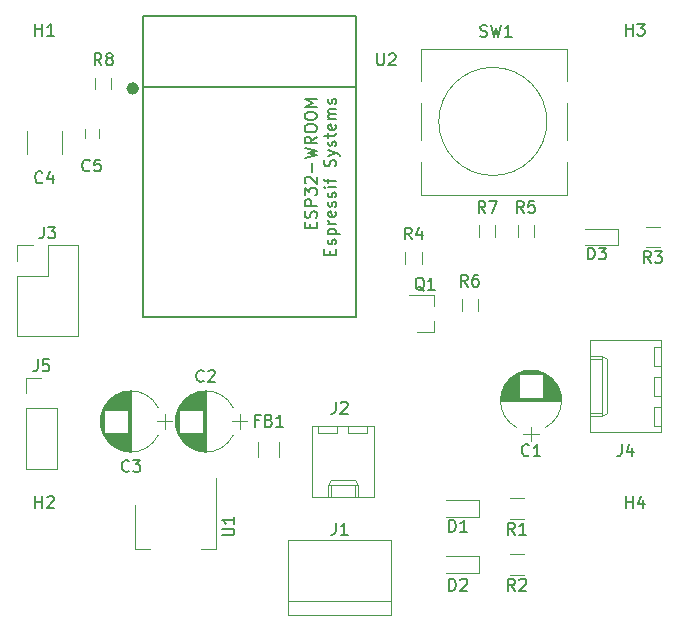
<source format=gbr>
G04 #@! TF.GenerationSoftware,KiCad,Pcbnew,5.0.1*
G04 #@! TF.CreationDate,2018-11-12T23:15:09+00:00*
G04 #@! TF.ProjectId,ESP32-WS2812-Controller,45535033322D5753323831322D436F6E,rev?*
G04 #@! TF.SameCoordinates,Original*
G04 #@! TF.FileFunction,Legend,Top*
G04 #@! TF.FilePolarity,Positive*
%FSLAX46Y46*%
G04 Gerber Fmt 4.6, Leading zero omitted, Abs format (unit mm)*
G04 Created by KiCad (PCBNEW 5.0.1) date Mon 12 Nov 2018 23:15:09 GMT*
%MOMM*%
%LPD*%
G01*
G04 APERTURE LIST*
%ADD10C,0.120000*%
%ADD11C,0.500000*%
%ADD12C,0.150000*%
G04 APERTURE END LIST*
D10*
G04 #@! TO.C,C1*
X145550000Y-135700000D02*
X146850000Y-135700000D01*
X146200000Y-136300000D02*
X146200000Y-135100000D01*
X145846000Y-130289000D02*
X146554000Y-130289000D01*
X145641000Y-130329000D02*
X146759000Y-130329000D01*
X145493000Y-130369000D02*
X146907000Y-130369000D01*
X145371000Y-130409000D02*
X147029000Y-130409000D01*
X145266000Y-130449000D02*
X147134000Y-130449000D01*
X145172000Y-130489000D02*
X147228000Y-130489000D01*
X145088000Y-130529000D02*
X147312000Y-130529000D01*
X145011000Y-130569000D02*
X147389000Y-130569000D01*
X144939000Y-130609000D02*
X147461000Y-130609000D01*
X147180000Y-130649000D02*
X147527000Y-130649000D01*
X144873000Y-130649000D02*
X145220000Y-130649000D01*
X147180000Y-130689000D02*
X147590000Y-130689000D01*
X144810000Y-130689000D02*
X145220000Y-130689000D01*
X147180000Y-130729000D02*
X147648000Y-130729000D01*
X144752000Y-130729000D02*
X145220000Y-130729000D01*
X147180000Y-130769000D02*
X147704000Y-130769000D01*
X144696000Y-130769000D02*
X145220000Y-130769000D01*
X147180000Y-130809000D02*
X147756000Y-130809000D01*
X144644000Y-130809000D02*
X145220000Y-130809000D01*
X147180000Y-130849000D02*
X147806000Y-130849000D01*
X144594000Y-130849000D02*
X145220000Y-130849000D01*
X147180000Y-130889000D02*
X147854000Y-130889000D01*
X144546000Y-130889000D02*
X145220000Y-130889000D01*
X147180000Y-130929000D02*
X147899000Y-130929000D01*
X144501000Y-130929000D02*
X145220000Y-130929000D01*
X147180000Y-130969000D02*
X147942000Y-130969000D01*
X144458000Y-130969000D02*
X145220000Y-130969000D01*
X147180000Y-131009000D02*
X147983000Y-131009000D01*
X144417000Y-131009000D02*
X145220000Y-131009000D01*
X147180000Y-131049000D02*
X148023000Y-131049000D01*
X144377000Y-131049000D02*
X145220000Y-131049000D01*
X147180000Y-131089000D02*
X148061000Y-131089000D01*
X144339000Y-131089000D02*
X145220000Y-131089000D01*
X147180000Y-131129000D02*
X148097000Y-131129000D01*
X144303000Y-131129000D02*
X145220000Y-131129000D01*
X147180000Y-131169000D02*
X148132000Y-131169000D01*
X144268000Y-131169000D02*
X145220000Y-131169000D01*
X147180000Y-131209000D02*
X148165000Y-131209000D01*
X144235000Y-131209000D02*
X145220000Y-131209000D01*
X147180000Y-131249000D02*
X148197000Y-131249000D01*
X144203000Y-131249000D02*
X145220000Y-131249000D01*
X147180000Y-131289000D02*
X148228000Y-131289000D01*
X144172000Y-131289000D02*
X145220000Y-131289000D01*
X147180000Y-131329000D02*
X148258000Y-131329000D01*
X144142000Y-131329000D02*
X145220000Y-131329000D01*
X147180000Y-131369000D02*
X148286000Y-131369000D01*
X144114000Y-131369000D02*
X145220000Y-131369000D01*
X147180000Y-131409000D02*
X148313000Y-131409000D01*
X144087000Y-131409000D02*
X145220000Y-131409000D01*
X147180000Y-131449000D02*
X148340000Y-131449000D01*
X144060000Y-131449000D02*
X145220000Y-131449000D01*
X147180000Y-131489000D02*
X148365000Y-131489000D01*
X144035000Y-131489000D02*
X145220000Y-131489000D01*
X147180000Y-131529000D02*
X148389000Y-131529000D01*
X144011000Y-131529000D02*
X145220000Y-131529000D01*
X147180000Y-131569000D02*
X148412000Y-131569000D01*
X143988000Y-131569000D02*
X145220000Y-131569000D01*
X147180000Y-131609000D02*
X148434000Y-131609000D01*
X143966000Y-131609000D02*
X145220000Y-131609000D01*
X147180000Y-131649000D02*
X148456000Y-131649000D01*
X143944000Y-131649000D02*
X145220000Y-131649000D01*
X147180000Y-131689000D02*
X148476000Y-131689000D01*
X143924000Y-131689000D02*
X145220000Y-131689000D01*
X147180000Y-131729000D02*
X148496000Y-131729000D01*
X143904000Y-131729000D02*
X145220000Y-131729000D01*
X147180000Y-131769000D02*
X148515000Y-131769000D01*
X143885000Y-131769000D02*
X145220000Y-131769000D01*
X147180000Y-131809000D02*
X148533000Y-131809000D01*
X143867000Y-131809000D02*
X145220000Y-131809000D01*
X147180000Y-131849000D02*
X148550000Y-131849000D01*
X143850000Y-131849000D02*
X145220000Y-131849000D01*
X147180000Y-131889000D02*
X148566000Y-131889000D01*
X143834000Y-131889000D02*
X145220000Y-131889000D01*
X147180000Y-131929000D02*
X148582000Y-131929000D01*
X143818000Y-131929000D02*
X145220000Y-131929000D01*
X147180000Y-131969000D02*
X148596000Y-131969000D01*
X143804000Y-131969000D02*
X145220000Y-131969000D01*
X147180000Y-132009000D02*
X148610000Y-132009000D01*
X143790000Y-132009000D02*
X145220000Y-132009000D01*
X147180000Y-132049000D02*
X148624000Y-132049000D01*
X143776000Y-132049000D02*
X145220000Y-132049000D01*
X147180000Y-132089000D02*
X148636000Y-132089000D01*
X143764000Y-132089000D02*
X145220000Y-132089000D01*
X147180000Y-132129000D02*
X148648000Y-132129000D01*
X143752000Y-132129000D02*
X145220000Y-132129000D01*
X147180000Y-132170000D02*
X148660000Y-132170000D01*
X143740000Y-132170000D02*
X145220000Y-132170000D01*
X147180000Y-132210000D02*
X148670000Y-132210000D01*
X143730000Y-132210000D02*
X145220000Y-132210000D01*
X147180000Y-132250000D02*
X148680000Y-132250000D01*
X143720000Y-132250000D02*
X145220000Y-132250000D01*
X147180000Y-132290000D02*
X148689000Y-132290000D01*
X143711000Y-132290000D02*
X145220000Y-132290000D01*
X147180000Y-132330000D02*
X148698000Y-132330000D01*
X143702000Y-132330000D02*
X145220000Y-132330000D01*
X147180000Y-132370000D02*
X148706000Y-132370000D01*
X143694000Y-132370000D02*
X145220000Y-132370000D01*
X147180000Y-132410000D02*
X148713000Y-132410000D01*
X143687000Y-132410000D02*
X145220000Y-132410000D01*
X147180000Y-132450000D02*
X148719000Y-132450000D01*
X143681000Y-132450000D02*
X145220000Y-132450000D01*
X147180000Y-132490000D02*
X148725000Y-132490000D01*
X143675000Y-132490000D02*
X145220000Y-132490000D01*
X147180000Y-132530000D02*
X148731000Y-132530000D01*
X143669000Y-132530000D02*
X145220000Y-132530000D01*
X147180000Y-132570000D02*
X148735000Y-132570000D01*
X143665000Y-132570000D02*
X145220000Y-132570000D01*
X143661000Y-132610000D02*
X148739000Y-132610000D01*
X143657000Y-132650000D02*
X148743000Y-132650000D01*
X143654000Y-132690000D02*
X148746000Y-132690000D01*
X143652000Y-132730000D02*
X148748000Y-132730000D01*
X143651000Y-132770000D02*
X148749000Y-132770000D01*
X143650000Y-132810000D02*
X148750000Y-132810000D01*
X143650000Y-132850000D02*
X148750000Y-132850000D01*
X147379723Y-130544278D02*
G75*
G03X145020000Y-130544420I-1179723J-2305722D01*
G01*
X147379723Y-130544278D02*
G75*
G02X147380000Y-135155580I-1179723J-2305722D01*
G01*
X145020277Y-130544278D02*
G75*
G03X145020000Y-135155580I1179723J-2305722D01*
G01*
G04 #@! TO.C,C2*
X116364278Y-135799723D02*
G75*
G03X120975580Y-135800000I2305722J1179723D01*
G01*
X116364278Y-133440277D02*
G75*
G02X120975580Y-133440000I2305722J-1179723D01*
G01*
X116364278Y-133440277D02*
G75*
G03X116364420Y-135800000I2305722J-1179723D01*
G01*
X118670000Y-137170000D02*
X118670000Y-132070000D01*
X118630000Y-137170000D02*
X118630000Y-132070000D01*
X118590000Y-137169000D02*
X118590000Y-132071000D01*
X118550000Y-137168000D02*
X118550000Y-132072000D01*
X118510000Y-137166000D02*
X118510000Y-132074000D01*
X118470000Y-137163000D02*
X118470000Y-132077000D01*
X118430000Y-137159000D02*
X118430000Y-132081000D01*
X118390000Y-137155000D02*
X118390000Y-135600000D01*
X118390000Y-133640000D02*
X118390000Y-132085000D01*
X118350000Y-137151000D02*
X118350000Y-135600000D01*
X118350000Y-133640000D02*
X118350000Y-132089000D01*
X118310000Y-137145000D02*
X118310000Y-135600000D01*
X118310000Y-133640000D02*
X118310000Y-132095000D01*
X118270000Y-137139000D02*
X118270000Y-135600000D01*
X118270000Y-133640000D02*
X118270000Y-132101000D01*
X118230000Y-137133000D02*
X118230000Y-135600000D01*
X118230000Y-133640000D02*
X118230000Y-132107000D01*
X118190000Y-137126000D02*
X118190000Y-135600000D01*
X118190000Y-133640000D02*
X118190000Y-132114000D01*
X118150000Y-137118000D02*
X118150000Y-135600000D01*
X118150000Y-133640000D02*
X118150000Y-132122000D01*
X118110000Y-137109000D02*
X118110000Y-135600000D01*
X118110000Y-133640000D02*
X118110000Y-132131000D01*
X118070000Y-137100000D02*
X118070000Y-135600000D01*
X118070000Y-133640000D02*
X118070000Y-132140000D01*
X118030000Y-137090000D02*
X118030000Y-135600000D01*
X118030000Y-133640000D02*
X118030000Y-132150000D01*
X117990000Y-137080000D02*
X117990000Y-135600000D01*
X117990000Y-133640000D02*
X117990000Y-132160000D01*
X117949000Y-137068000D02*
X117949000Y-135600000D01*
X117949000Y-133640000D02*
X117949000Y-132172000D01*
X117909000Y-137056000D02*
X117909000Y-135600000D01*
X117909000Y-133640000D02*
X117909000Y-132184000D01*
X117869000Y-137044000D02*
X117869000Y-135600000D01*
X117869000Y-133640000D02*
X117869000Y-132196000D01*
X117829000Y-137030000D02*
X117829000Y-135600000D01*
X117829000Y-133640000D02*
X117829000Y-132210000D01*
X117789000Y-137016000D02*
X117789000Y-135600000D01*
X117789000Y-133640000D02*
X117789000Y-132224000D01*
X117749000Y-137002000D02*
X117749000Y-135600000D01*
X117749000Y-133640000D02*
X117749000Y-132238000D01*
X117709000Y-136986000D02*
X117709000Y-135600000D01*
X117709000Y-133640000D02*
X117709000Y-132254000D01*
X117669000Y-136970000D02*
X117669000Y-135600000D01*
X117669000Y-133640000D02*
X117669000Y-132270000D01*
X117629000Y-136953000D02*
X117629000Y-135600000D01*
X117629000Y-133640000D02*
X117629000Y-132287000D01*
X117589000Y-136935000D02*
X117589000Y-135600000D01*
X117589000Y-133640000D02*
X117589000Y-132305000D01*
X117549000Y-136916000D02*
X117549000Y-135600000D01*
X117549000Y-133640000D02*
X117549000Y-132324000D01*
X117509000Y-136896000D02*
X117509000Y-135600000D01*
X117509000Y-133640000D02*
X117509000Y-132344000D01*
X117469000Y-136876000D02*
X117469000Y-135600000D01*
X117469000Y-133640000D02*
X117469000Y-132364000D01*
X117429000Y-136854000D02*
X117429000Y-135600000D01*
X117429000Y-133640000D02*
X117429000Y-132386000D01*
X117389000Y-136832000D02*
X117389000Y-135600000D01*
X117389000Y-133640000D02*
X117389000Y-132408000D01*
X117349000Y-136809000D02*
X117349000Y-135600000D01*
X117349000Y-133640000D02*
X117349000Y-132431000D01*
X117309000Y-136785000D02*
X117309000Y-135600000D01*
X117309000Y-133640000D02*
X117309000Y-132455000D01*
X117269000Y-136760000D02*
X117269000Y-135600000D01*
X117269000Y-133640000D02*
X117269000Y-132480000D01*
X117229000Y-136733000D02*
X117229000Y-135600000D01*
X117229000Y-133640000D02*
X117229000Y-132507000D01*
X117189000Y-136706000D02*
X117189000Y-135600000D01*
X117189000Y-133640000D02*
X117189000Y-132534000D01*
X117149000Y-136678000D02*
X117149000Y-135600000D01*
X117149000Y-133640000D02*
X117149000Y-132562000D01*
X117109000Y-136648000D02*
X117109000Y-135600000D01*
X117109000Y-133640000D02*
X117109000Y-132592000D01*
X117069000Y-136617000D02*
X117069000Y-135600000D01*
X117069000Y-133640000D02*
X117069000Y-132623000D01*
X117029000Y-136585000D02*
X117029000Y-135600000D01*
X117029000Y-133640000D02*
X117029000Y-132655000D01*
X116989000Y-136552000D02*
X116989000Y-135600000D01*
X116989000Y-133640000D02*
X116989000Y-132688000D01*
X116949000Y-136517000D02*
X116949000Y-135600000D01*
X116949000Y-133640000D02*
X116949000Y-132723000D01*
X116909000Y-136481000D02*
X116909000Y-135600000D01*
X116909000Y-133640000D02*
X116909000Y-132759000D01*
X116869000Y-136443000D02*
X116869000Y-135600000D01*
X116869000Y-133640000D02*
X116869000Y-132797000D01*
X116829000Y-136403000D02*
X116829000Y-135600000D01*
X116829000Y-133640000D02*
X116829000Y-132837000D01*
X116789000Y-136362000D02*
X116789000Y-135600000D01*
X116789000Y-133640000D02*
X116789000Y-132878000D01*
X116749000Y-136319000D02*
X116749000Y-135600000D01*
X116749000Y-133640000D02*
X116749000Y-132921000D01*
X116709000Y-136274000D02*
X116709000Y-135600000D01*
X116709000Y-133640000D02*
X116709000Y-132966000D01*
X116669000Y-136226000D02*
X116669000Y-135600000D01*
X116669000Y-133640000D02*
X116669000Y-133014000D01*
X116629000Y-136176000D02*
X116629000Y-135600000D01*
X116629000Y-133640000D02*
X116629000Y-133064000D01*
X116589000Y-136124000D02*
X116589000Y-135600000D01*
X116589000Y-133640000D02*
X116589000Y-133116000D01*
X116549000Y-136068000D02*
X116549000Y-135600000D01*
X116549000Y-133640000D02*
X116549000Y-133172000D01*
X116509000Y-136010000D02*
X116509000Y-135600000D01*
X116509000Y-133640000D02*
X116509000Y-133230000D01*
X116469000Y-135947000D02*
X116469000Y-135600000D01*
X116469000Y-133640000D02*
X116469000Y-133293000D01*
X116429000Y-135881000D02*
X116429000Y-133359000D01*
X116389000Y-135809000D02*
X116389000Y-133431000D01*
X116349000Y-135732000D02*
X116349000Y-133508000D01*
X116309000Y-135648000D02*
X116309000Y-133592000D01*
X116269000Y-135554000D02*
X116269000Y-133686000D01*
X116229000Y-135449000D02*
X116229000Y-133791000D01*
X116189000Y-135327000D02*
X116189000Y-133913000D01*
X116149000Y-135179000D02*
X116149000Y-134061000D01*
X116109000Y-134974000D02*
X116109000Y-134266000D01*
X122120000Y-134620000D02*
X120920000Y-134620000D01*
X121520000Y-135270000D02*
X121520000Y-133970000D01*
G04 #@! TO.C,C3*
X115170000Y-135270000D02*
X115170000Y-133970000D01*
X115770000Y-134620000D02*
X114570000Y-134620000D01*
X109759000Y-134974000D02*
X109759000Y-134266000D01*
X109799000Y-135179000D02*
X109799000Y-134061000D01*
X109839000Y-135327000D02*
X109839000Y-133913000D01*
X109879000Y-135449000D02*
X109879000Y-133791000D01*
X109919000Y-135554000D02*
X109919000Y-133686000D01*
X109959000Y-135648000D02*
X109959000Y-133592000D01*
X109999000Y-135732000D02*
X109999000Y-133508000D01*
X110039000Y-135809000D02*
X110039000Y-133431000D01*
X110079000Y-135881000D02*
X110079000Y-133359000D01*
X110119000Y-133640000D02*
X110119000Y-133293000D01*
X110119000Y-135947000D02*
X110119000Y-135600000D01*
X110159000Y-133640000D02*
X110159000Y-133230000D01*
X110159000Y-136010000D02*
X110159000Y-135600000D01*
X110199000Y-133640000D02*
X110199000Y-133172000D01*
X110199000Y-136068000D02*
X110199000Y-135600000D01*
X110239000Y-133640000D02*
X110239000Y-133116000D01*
X110239000Y-136124000D02*
X110239000Y-135600000D01*
X110279000Y-133640000D02*
X110279000Y-133064000D01*
X110279000Y-136176000D02*
X110279000Y-135600000D01*
X110319000Y-133640000D02*
X110319000Y-133014000D01*
X110319000Y-136226000D02*
X110319000Y-135600000D01*
X110359000Y-133640000D02*
X110359000Y-132966000D01*
X110359000Y-136274000D02*
X110359000Y-135600000D01*
X110399000Y-133640000D02*
X110399000Y-132921000D01*
X110399000Y-136319000D02*
X110399000Y-135600000D01*
X110439000Y-133640000D02*
X110439000Y-132878000D01*
X110439000Y-136362000D02*
X110439000Y-135600000D01*
X110479000Y-133640000D02*
X110479000Y-132837000D01*
X110479000Y-136403000D02*
X110479000Y-135600000D01*
X110519000Y-133640000D02*
X110519000Y-132797000D01*
X110519000Y-136443000D02*
X110519000Y-135600000D01*
X110559000Y-133640000D02*
X110559000Y-132759000D01*
X110559000Y-136481000D02*
X110559000Y-135600000D01*
X110599000Y-133640000D02*
X110599000Y-132723000D01*
X110599000Y-136517000D02*
X110599000Y-135600000D01*
X110639000Y-133640000D02*
X110639000Y-132688000D01*
X110639000Y-136552000D02*
X110639000Y-135600000D01*
X110679000Y-133640000D02*
X110679000Y-132655000D01*
X110679000Y-136585000D02*
X110679000Y-135600000D01*
X110719000Y-133640000D02*
X110719000Y-132623000D01*
X110719000Y-136617000D02*
X110719000Y-135600000D01*
X110759000Y-133640000D02*
X110759000Y-132592000D01*
X110759000Y-136648000D02*
X110759000Y-135600000D01*
X110799000Y-133640000D02*
X110799000Y-132562000D01*
X110799000Y-136678000D02*
X110799000Y-135600000D01*
X110839000Y-133640000D02*
X110839000Y-132534000D01*
X110839000Y-136706000D02*
X110839000Y-135600000D01*
X110879000Y-133640000D02*
X110879000Y-132507000D01*
X110879000Y-136733000D02*
X110879000Y-135600000D01*
X110919000Y-133640000D02*
X110919000Y-132480000D01*
X110919000Y-136760000D02*
X110919000Y-135600000D01*
X110959000Y-133640000D02*
X110959000Y-132455000D01*
X110959000Y-136785000D02*
X110959000Y-135600000D01*
X110999000Y-133640000D02*
X110999000Y-132431000D01*
X110999000Y-136809000D02*
X110999000Y-135600000D01*
X111039000Y-133640000D02*
X111039000Y-132408000D01*
X111039000Y-136832000D02*
X111039000Y-135600000D01*
X111079000Y-133640000D02*
X111079000Y-132386000D01*
X111079000Y-136854000D02*
X111079000Y-135600000D01*
X111119000Y-133640000D02*
X111119000Y-132364000D01*
X111119000Y-136876000D02*
X111119000Y-135600000D01*
X111159000Y-133640000D02*
X111159000Y-132344000D01*
X111159000Y-136896000D02*
X111159000Y-135600000D01*
X111199000Y-133640000D02*
X111199000Y-132324000D01*
X111199000Y-136916000D02*
X111199000Y-135600000D01*
X111239000Y-133640000D02*
X111239000Y-132305000D01*
X111239000Y-136935000D02*
X111239000Y-135600000D01*
X111279000Y-133640000D02*
X111279000Y-132287000D01*
X111279000Y-136953000D02*
X111279000Y-135600000D01*
X111319000Y-133640000D02*
X111319000Y-132270000D01*
X111319000Y-136970000D02*
X111319000Y-135600000D01*
X111359000Y-133640000D02*
X111359000Y-132254000D01*
X111359000Y-136986000D02*
X111359000Y-135600000D01*
X111399000Y-133640000D02*
X111399000Y-132238000D01*
X111399000Y-137002000D02*
X111399000Y-135600000D01*
X111439000Y-133640000D02*
X111439000Y-132224000D01*
X111439000Y-137016000D02*
X111439000Y-135600000D01*
X111479000Y-133640000D02*
X111479000Y-132210000D01*
X111479000Y-137030000D02*
X111479000Y-135600000D01*
X111519000Y-133640000D02*
X111519000Y-132196000D01*
X111519000Y-137044000D02*
X111519000Y-135600000D01*
X111559000Y-133640000D02*
X111559000Y-132184000D01*
X111559000Y-137056000D02*
X111559000Y-135600000D01*
X111599000Y-133640000D02*
X111599000Y-132172000D01*
X111599000Y-137068000D02*
X111599000Y-135600000D01*
X111640000Y-133640000D02*
X111640000Y-132160000D01*
X111640000Y-137080000D02*
X111640000Y-135600000D01*
X111680000Y-133640000D02*
X111680000Y-132150000D01*
X111680000Y-137090000D02*
X111680000Y-135600000D01*
X111720000Y-133640000D02*
X111720000Y-132140000D01*
X111720000Y-137100000D02*
X111720000Y-135600000D01*
X111760000Y-133640000D02*
X111760000Y-132131000D01*
X111760000Y-137109000D02*
X111760000Y-135600000D01*
X111800000Y-133640000D02*
X111800000Y-132122000D01*
X111800000Y-137118000D02*
X111800000Y-135600000D01*
X111840000Y-133640000D02*
X111840000Y-132114000D01*
X111840000Y-137126000D02*
X111840000Y-135600000D01*
X111880000Y-133640000D02*
X111880000Y-132107000D01*
X111880000Y-137133000D02*
X111880000Y-135600000D01*
X111920000Y-133640000D02*
X111920000Y-132101000D01*
X111920000Y-137139000D02*
X111920000Y-135600000D01*
X111960000Y-133640000D02*
X111960000Y-132095000D01*
X111960000Y-137145000D02*
X111960000Y-135600000D01*
X112000000Y-133640000D02*
X112000000Y-132089000D01*
X112000000Y-137151000D02*
X112000000Y-135600000D01*
X112040000Y-133640000D02*
X112040000Y-132085000D01*
X112040000Y-137155000D02*
X112040000Y-135600000D01*
X112080000Y-137159000D02*
X112080000Y-132081000D01*
X112120000Y-137163000D02*
X112120000Y-132077000D01*
X112160000Y-137166000D02*
X112160000Y-132074000D01*
X112200000Y-137168000D02*
X112200000Y-132072000D01*
X112240000Y-137169000D02*
X112240000Y-132071000D01*
X112280000Y-137170000D02*
X112280000Y-132070000D01*
X112320000Y-137170000D02*
X112320000Y-132070000D01*
X110014278Y-133440277D02*
G75*
G03X110014420Y-135800000I2305722J-1179723D01*
G01*
X110014278Y-133440277D02*
G75*
G02X114625580Y-133440000I2305722J-1179723D01*
G01*
X110014278Y-135799723D02*
G75*
G03X114625580Y-135800000I2305722J1179723D01*
G01*
G04 #@! TO.C,C4*
X103520000Y-110000000D02*
X103520000Y-112000000D01*
X106480000Y-112000000D02*
X106480000Y-110000000D01*
G04 #@! TO.C,C5*
X109600000Y-109900000D02*
X109600000Y-110600000D01*
X108400000Y-110600000D02*
X108400000Y-109900000D01*
G04 #@! TO.C,D1*
X141800000Y-142700000D02*
X139000000Y-142700000D01*
X141800000Y-141300000D02*
X139000000Y-141300000D01*
X141800000Y-142700000D02*
X141800000Y-141300000D01*
G04 #@! TO.C,D2*
X141800000Y-147450000D02*
X139000000Y-147450000D01*
X141800000Y-146050000D02*
X139000000Y-146050000D01*
X141800000Y-147450000D02*
X141800000Y-146050000D01*
G04 #@! TO.C,D3*
X153550000Y-119700000D02*
X153550000Y-118300000D01*
X153550000Y-118300000D02*
X150750000Y-118300000D01*
X153550000Y-119700000D02*
X150750000Y-119700000D01*
G04 #@! TO.C,FB1*
X124880000Y-136400000D02*
X124880000Y-137600000D01*
X123120000Y-137600000D02*
X123120000Y-136400000D01*
G04 #@! TO.C,J1*
X125650000Y-151030000D02*
X125650000Y-144620000D01*
X134350000Y-149800000D02*
X125650000Y-149800000D01*
X134350000Y-144620000D02*
X134350000Y-151030000D01*
X125650000Y-144620000D02*
X134350000Y-144620000D01*
X125650000Y-151030000D02*
X134350000Y-151030000D01*
G04 #@! TO.C,J2*
X132340000Y-135600000D02*
X132340000Y-134980000D01*
X130740000Y-135600000D02*
X132340000Y-135600000D01*
X130740000Y-134980000D02*
X130740000Y-135600000D01*
X129800000Y-135600000D02*
X129800000Y-134980000D01*
X128200000Y-135600000D02*
X129800000Y-135600000D01*
X128200000Y-134980000D02*
X128200000Y-135600000D01*
X131290000Y-140980000D02*
X131290000Y-139980000D01*
X129250000Y-140980000D02*
X129250000Y-139980000D01*
X131290000Y-139550000D02*
X131540000Y-139980000D01*
X129250000Y-139550000D02*
X131290000Y-139550000D01*
X129000000Y-139980000D02*
X129250000Y-139550000D01*
X131540000Y-139980000D02*
X131540000Y-140980000D01*
X129000000Y-139980000D02*
X131540000Y-139980000D01*
X129000000Y-140980000D02*
X129000000Y-139980000D01*
X132910000Y-134980000D02*
X127630000Y-134980000D01*
X132910000Y-140980000D02*
X132910000Y-134980000D01*
X127630000Y-140980000D02*
X132910000Y-140980000D01*
X127630000Y-134980000D02*
X127630000Y-140980000D01*
G04 #@! TO.C,J4*
X156600000Y-134980000D02*
X157220000Y-134980000D01*
X156600000Y-133380000D02*
X156600000Y-134980000D01*
X157220000Y-133380000D02*
X156600000Y-133380000D01*
X156600000Y-132440000D02*
X157220000Y-132440000D01*
X156600000Y-130840000D02*
X156600000Y-132440000D01*
X157220000Y-130840000D02*
X156600000Y-130840000D01*
X156600000Y-129900000D02*
X157220000Y-129900000D01*
X156600000Y-128300000D02*
X156600000Y-129900000D01*
X157220000Y-128300000D02*
X156600000Y-128300000D01*
X151220000Y-133930000D02*
X152220000Y-133930000D01*
X151220000Y-129350000D02*
X152220000Y-129350000D01*
X152650000Y-133930000D02*
X152220000Y-134180000D01*
X152650000Y-129350000D02*
X152650000Y-133930000D01*
X152220000Y-129100000D02*
X152650000Y-129350000D01*
X152220000Y-134180000D02*
X151220000Y-134180000D01*
X152220000Y-129100000D02*
X152220000Y-134180000D01*
X151220000Y-129100000D02*
X152220000Y-129100000D01*
X157220000Y-135550000D02*
X157220000Y-127730000D01*
X151220000Y-135550000D02*
X157220000Y-135550000D01*
X151220000Y-127730000D02*
X151220000Y-135550000D01*
X157220000Y-127730000D02*
X151220000Y-127730000D01*
G04 #@! TO.C,Q1*
X138010000Y-127080000D02*
X136550000Y-127080000D01*
X138010000Y-123920000D02*
X135850000Y-123920000D01*
X138010000Y-123920000D02*
X138010000Y-124850000D01*
X138010000Y-127080000D02*
X138010000Y-126150000D01*
G04 #@! TO.C,R1*
X145600000Y-142880000D02*
X144400000Y-142880000D01*
X144400000Y-141120000D02*
X145600000Y-141120000D01*
G04 #@! TO.C,R2*
X144400000Y-145870000D02*
X145600000Y-145870000D01*
X145600000Y-147630000D02*
X144400000Y-147630000D01*
G04 #@! TO.C,R3*
X155900000Y-118120000D02*
X157100000Y-118120000D01*
X157100000Y-119880000D02*
X155900000Y-119880000D01*
G04 #@! TO.C,R4*
X136930000Y-120250000D02*
X136930000Y-121250000D01*
X135570000Y-121250000D02*
X135570000Y-120250000D01*
G04 #@! TO.C,R5*
X146430000Y-118000000D02*
X146430000Y-119000000D01*
X145070000Y-119000000D02*
X145070000Y-118000000D01*
G04 #@! TO.C,R6*
X141680000Y-124250000D02*
X141680000Y-125250000D01*
X140320000Y-125250000D02*
X140320000Y-124250000D01*
G04 #@! TO.C,R7*
X143180000Y-118000000D02*
X143180000Y-119000000D01*
X141820000Y-119000000D02*
X141820000Y-118000000D01*
G04 #@! TO.C,R8*
X110680000Y-105500000D02*
X110680000Y-106500000D01*
X109320000Y-106500000D02*
X109320000Y-105500000D01*
G04 #@! TO.C,SW1*
X136920000Y-115410000D02*
X136920000Y-112690000D01*
X136920000Y-105830000D02*
X136920000Y-103110000D01*
X149220000Y-107690000D02*
X149220000Y-110830000D01*
X149220000Y-103110000D02*
X149220000Y-105830000D01*
X147549050Y-109220000D02*
G75*
G03X147549050Y-109220000I-4579050J0D01*
G01*
X149220000Y-112690000D02*
X149220000Y-115410000D01*
X136920000Y-103110000D02*
X149220000Y-103110000D01*
X136920000Y-110830000D02*
X136920000Y-107690000D01*
X149220000Y-115410000D02*
X136920000Y-115410000D01*
G04 #@! TO.C,U1*
X119520000Y-139410000D02*
X119520000Y-145420000D01*
X112700000Y-141660000D02*
X112700000Y-145420000D01*
X119520000Y-145420000D02*
X118260000Y-145420000D01*
X112700000Y-145420000D02*
X113960000Y-145420000D01*
D11*
G04 #@! TO.C,U2*
X112757981Y-106426000D02*
G75*
G03X112757981Y-106426000I-283981J0D01*
G01*
D12*
X131380000Y-106280000D02*
X113380000Y-106280000D01*
X113380000Y-100280000D02*
X113380000Y-125780000D01*
X131380000Y-100280000D02*
X131380000Y-125780000D01*
X131380000Y-125780000D02*
X113380000Y-125780000D01*
X131380000Y-100280000D02*
X113380000Y-100280000D01*
D10*
G04 #@! TO.C,J3*
X102670000Y-119670000D02*
X104000000Y-119670000D01*
X102670000Y-121000000D02*
X102670000Y-119670000D01*
X105270000Y-119670000D02*
X107870000Y-119670000D01*
X105270000Y-122270000D02*
X105270000Y-119670000D01*
X102670000Y-122270000D02*
X105270000Y-122270000D01*
X107870000Y-119670000D02*
X107870000Y-127410000D01*
X102670000Y-122270000D02*
X102670000Y-127410000D01*
X102670000Y-127410000D02*
X107870000Y-127410000D01*
G04 #@! TO.C,J5*
X103420000Y-130920000D02*
X104750000Y-130920000D01*
X103420000Y-132250000D02*
X103420000Y-130920000D01*
X103420000Y-133520000D02*
X106080000Y-133520000D01*
X106080000Y-133520000D02*
X106080000Y-138660000D01*
X103420000Y-133520000D02*
X103420000Y-138660000D01*
X103420000Y-138660000D02*
X106080000Y-138660000D01*
G04 #@! TO.C,C1*
D12*
X146033333Y-137457142D02*
X145985714Y-137504761D01*
X145842857Y-137552380D01*
X145747619Y-137552380D01*
X145604761Y-137504761D01*
X145509523Y-137409523D01*
X145461904Y-137314285D01*
X145414285Y-137123809D01*
X145414285Y-136980952D01*
X145461904Y-136790476D01*
X145509523Y-136695238D01*
X145604761Y-136600000D01*
X145747619Y-136552380D01*
X145842857Y-136552380D01*
X145985714Y-136600000D01*
X146033333Y-136647619D01*
X146985714Y-137552380D02*
X146414285Y-137552380D01*
X146700000Y-137552380D02*
X146700000Y-136552380D01*
X146604761Y-136695238D01*
X146509523Y-136790476D01*
X146414285Y-136838095D01*
G04 #@! TO.C,C2*
X118483333Y-131167142D02*
X118435714Y-131214761D01*
X118292857Y-131262380D01*
X118197619Y-131262380D01*
X118054761Y-131214761D01*
X117959523Y-131119523D01*
X117911904Y-131024285D01*
X117864285Y-130833809D01*
X117864285Y-130690952D01*
X117911904Y-130500476D01*
X117959523Y-130405238D01*
X118054761Y-130310000D01*
X118197619Y-130262380D01*
X118292857Y-130262380D01*
X118435714Y-130310000D01*
X118483333Y-130357619D01*
X118864285Y-130357619D02*
X118911904Y-130310000D01*
X119007142Y-130262380D01*
X119245238Y-130262380D01*
X119340476Y-130310000D01*
X119388095Y-130357619D01*
X119435714Y-130452857D01*
X119435714Y-130548095D01*
X119388095Y-130690952D01*
X118816666Y-131262380D01*
X119435714Y-131262380D01*
G04 #@! TO.C,C3*
X112153333Y-138787142D02*
X112105714Y-138834761D01*
X111962857Y-138882380D01*
X111867619Y-138882380D01*
X111724761Y-138834761D01*
X111629523Y-138739523D01*
X111581904Y-138644285D01*
X111534285Y-138453809D01*
X111534285Y-138310952D01*
X111581904Y-138120476D01*
X111629523Y-138025238D01*
X111724761Y-137930000D01*
X111867619Y-137882380D01*
X111962857Y-137882380D01*
X112105714Y-137930000D01*
X112153333Y-137977619D01*
X112486666Y-137882380D02*
X113105714Y-137882380D01*
X112772380Y-138263333D01*
X112915238Y-138263333D01*
X113010476Y-138310952D01*
X113058095Y-138358571D01*
X113105714Y-138453809D01*
X113105714Y-138691904D01*
X113058095Y-138787142D01*
X113010476Y-138834761D01*
X112915238Y-138882380D01*
X112629523Y-138882380D01*
X112534285Y-138834761D01*
X112486666Y-138787142D01*
G04 #@! TO.C,C4*
X104833333Y-114357142D02*
X104785714Y-114404761D01*
X104642857Y-114452380D01*
X104547619Y-114452380D01*
X104404761Y-114404761D01*
X104309523Y-114309523D01*
X104261904Y-114214285D01*
X104214285Y-114023809D01*
X104214285Y-113880952D01*
X104261904Y-113690476D01*
X104309523Y-113595238D01*
X104404761Y-113500000D01*
X104547619Y-113452380D01*
X104642857Y-113452380D01*
X104785714Y-113500000D01*
X104833333Y-113547619D01*
X105690476Y-113785714D02*
X105690476Y-114452380D01*
X105452380Y-113404761D02*
X105214285Y-114119047D01*
X105833333Y-114119047D01*
G04 #@! TO.C,C5*
X108833333Y-113357142D02*
X108785714Y-113404761D01*
X108642857Y-113452380D01*
X108547619Y-113452380D01*
X108404761Y-113404761D01*
X108309523Y-113309523D01*
X108261904Y-113214285D01*
X108214285Y-113023809D01*
X108214285Y-112880952D01*
X108261904Y-112690476D01*
X108309523Y-112595238D01*
X108404761Y-112500000D01*
X108547619Y-112452380D01*
X108642857Y-112452380D01*
X108785714Y-112500000D01*
X108833333Y-112547619D01*
X109738095Y-112452380D02*
X109261904Y-112452380D01*
X109214285Y-112928571D01*
X109261904Y-112880952D01*
X109357142Y-112833333D01*
X109595238Y-112833333D01*
X109690476Y-112880952D01*
X109738095Y-112928571D01*
X109785714Y-113023809D01*
X109785714Y-113261904D01*
X109738095Y-113357142D01*
X109690476Y-113404761D01*
X109595238Y-113452380D01*
X109357142Y-113452380D01*
X109261904Y-113404761D01*
X109214285Y-113357142D01*
G04 #@! TO.C,D1*
X139261904Y-143952380D02*
X139261904Y-142952380D01*
X139500000Y-142952380D01*
X139642857Y-143000000D01*
X139738095Y-143095238D01*
X139785714Y-143190476D01*
X139833333Y-143380952D01*
X139833333Y-143523809D01*
X139785714Y-143714285D01*
X139738095Y-143809523D01*
X139642857Y-143904761D01*
X139500000Y-143952380D01*
X139261904Y-143952380D01*
X140785714Y-143952380D02*
X140214285Y-143952380D01*
X140500000Y-143952380D02*
X140500000Y-142952380D01*
X140404761Y-143095238D01*
X140309523Y-143190476D01*
X140214285Y-143238095D01*
G04 #@! TO.C,D2*
X139261904Y-148952380D02*
X139261904Y-147952380D01*
X139500000Y-147952380D01*
X139642857Y-148000000D01*
X139738095Y-148095238D01*
X139785714Y-148190476D01*
X139833333Y-148380952D01*
X139833333Y-148523809D01*
X139785714Y-148714285D01*
X139738095Y-148809523D01*
X139642857Y-148904761D01*
X139500000Y-148952380D01*
X139261904Y-148952380D01*
X140214285Y-148047619D02*
X140261904Y-148000000D01*
X140357142Y-147952380D01*
X140595238Y-147952380D01*
X140690476Y-148000000D01*
X140738095Y-148047619D01*
X140785714Y-148142857D01*
X140785714Y-148238095D01*
X140738095Y-148380952D01*
X140166666Y-148952380D01*
X140785714Y-148952380D01*
G04 #@! TO.C,D3*
X151011904Y-120902380D02*
X151011904Y-119902380D01*
X151250000Y-119902380D01*
X151392857Y-119950000D01*
X151488095Y-120045238D01*
X151535714Y-120140476D01*
X151583333Y-120330952D01*
X151583333Y-120473809D01*
X151535714Y-120664285D01*
X151488095Y-120759523D01*
X151392857Y-120854761D01*
X151250000Y-120902380D01*
X151011904Y-120902380D01*
X151916666Y-119902380D02*
X152535714Y-119902380D01*
X152202380Y-120283333D01*
X152345238Y-120283333D01*
X152440476Y-120330952D01*
X152488095Y-120378571D01*
X152535714Y-120473809D01*
X152535714Y-120711904D01*
X152488095Y-120807142D01*
X152440476Y-120854761D01*
X152345238Y-120902380D01*
X152059523Y-120902380D01*
X151964285Y-120854761D01*
X151916666Y-120807142D01*
G04 #@! TO.C,FB1*
X123166666Y-134528571D02*
X122833333Y-134528571D01*
X122833333Y-135052380D02*
X122833333Y-134052380D01*
X123309523Y-134052380D01*
X124023809Y-134528571D02*
X124166666Y-134576190D01*
X124214285Y-134623809D01*
X124261904Y-134719047D01*
X124261904Y-134861904D01*
X124214285Y-134957142D01*
X124166666Y-135004761D01*
X124071428Y-135052380D01*
X123690476Y-135052380D01*
X123690476Y-134052380D01*
X124023809Y-134052380D01*
X124119047Y-134100000D01*
X124166666Y-134147619D01*
X124214285Y-134242857D01*
X124214285Y-134338095D01*
X124166666Y-134433333D01*
X124119047Y-134480952D01*
X124023809Y-134528571D01*
X123690476Y-134528571D01*
X125214285Y-135052380D02*
X124642857Y-135052380D01*
X124928571Y-135052380D02*
X124928571Y-134052380D01*
X124833333Y-134195238D01*
X124738095Y-134290476D01*
X124642857Y-134338095D01*
G04 #@! TO.C,J1*
X129666666Y-143212380D02*
X129666666Y-143926666D01*
X129619047Y-144069523D01*
X129523809Y-144164761D01*
X129380952Y-144212380D01*
X129285714Y-144212380D01*
X130666666Y-144212380D02*
X130095238Y-144212380D01*
X130380952Y-144212380D02*
X130380952Y-143212380D01*
X130285714Y-143355238D01*
X130190476Y-143450476D01*
X130095238Y-143498095D01*
G04 #@! TO.C,J2*
X129666666Y-132952380D02*
X129666666Y-133666666D01*
X129619047Y-133809523D01*
X129523809Y-133904761D01*
X129380952Y-133952380D01*
X129285714Y-133952380D01*
X130095238Y-133047619D02*
X130142857Y-133000000D01*
X130238095Y-132952380D01*
X130476190Y-132952380D01*
X130571428Y-133000000D01*
X130619047Y-133047619D01*
X130666666Y-133142857D01*
X130666666Y-133238095D01*
X130619047Y-133380952D01*
X130047619Y-133952380D01*
X130666666Y-133952380D01*
G04 #@! TO.C,J4*
X153866666Y-136552380D02*
X153866666Y-137266666D01*
X153819047Y-137409523D01*
X153723809Y-137504761D01*
X153580952Y-137552380D01*
X153485714Y-137552380D01*
X154771428Y-136885714D02*
X154771428Y-137552380D01*
X154533333Y-136504761D02*
X154295238Y-137219047D01*
X154914285Y-137219047D01*
G04 #@! TO.C,Q1*
X137154761Y-123547619D02*
X137059523Y-123500000D01*
X136964285Y-123404761D01*
X136821428Y-123261904D01*
X136726190Y-123214285D01*
X136630952Y-123214285D01*
X136678571Y-123452380D02*
X136583333Y-123404761D01*
X136488095Y-123309523D01*
X136440476Y-123119047D01*
X136440476Y-122785714D01*
X136488095Y-122595238D01*
X136583333Y-122500000D01*
X136678571Y-122452380D01*
X136869047Y-122452380D01*
X136964285Y-122500000D01*
X137059523Y-122595238D01*
X137107142Y-122785714D01*
X137107142Y-123119047D01*
X137059523Y-123309523D01*
X136964285Y-123404761D01*
X136869047Y-123452380D01*
X136678571Y-123452380D01*
X138059523Y-123452380D02*
X137488095Y-123452380D01*
X137773809Y-123452380D02*
X137773809Y-122452380D01*
X137678571Y-122595238D01*
X137583333Y-122690476D01*
X137488095Y-122738095D01*
G04 #@! TO.C,R1*
X144833333Y-144202380D02*
X144500000Y-143726190D01*
X144261904Y-144202380D02*
X144261904Y-143202380D01*
X144642857Y-143202380D01*
X144738095Y-143250000D01*
X144785714Y-143297619D01*
X144833333Y-143392857D01*
X144833333Y-143535714D01*
X144785714Y-143630952D01*
X144738095Y-143678571D01*
X144642857Y-143726190D01*
X144261904Y-143726190D01*
X145785714Y-144202380D02*
X145214285Y-144202380D01*
X145500000Y-144202380D02*
X145500000Y-143202380D01*
X145404761Y-143345238D01*
X145309523Y-143440476D01*
X145214285Y-143488095D01*
G04 #@! TO.C,R2*
X144833333Y-148952380D02*
X144500000Y-148476190D01*
X144261904Y-148952380D02*
X144261904Y-147952380D01*
X144642857Y-147952380D01*
X144738095Y-148000000D01*
X144785714Y-148047619D01*
X144833333Y-148142857D01*
X144833333Y-148285714D01*
X144785714Y-148380952D01*
X144738095Y-148428571D01*
X144642857Y-148476190D01*
X144261904Y-148476190D01*
X145214285Y-148047619D02*
X145261904Y-148000000D01*
X145357142Y-147952380D01*
X145595238Y-147952380D01*
X145690476Y-148000000D01*
X145738095Y-148047619D01*
X145785714Y-148142857D01*
X145785714Y-148238095D01*
X145738095Y-148380952D01*
X145166666Y-148952380D01*
X145785714Y-148952380D01*
G04 #@! TO.C,R3*
X156333333Y-121202380D02*
X156000000Y-120726190D01*
X155761904Y-121202380D02*
X155761904Y-120202380D01*
X156142857Y-120202380D01*
X156238095Y-120250000D01*
X156285714Y-120297619D01*
X156333333Y-120392857D01*
X156333333Y-120535714D01*
X156285714Y-120630952D01*
X156238095Y-120678571D01*
X156142857Y-120726190D01*
X155761904Y-120726190D01*
X156666666Y-120202380D02*
X157285714Y-120202380D01*
X156952380Y-120583333D01*
X157095238Y-120583333D01*
X157190476Y-120630952D01*
X157238095Y-120678571D01*
X157285714Y-120773809D01*
X157285714Y-121011904D01*
X157238095Y-121107142D01*
X157190476Y-121154761D01*
X157095238Y-121202380D01*
X156809523Y-121202380D01*
X156714285Y-121154761D01*
X156666666Y-121107142D01*
G04 #@! TO.C,R4*
X136083333Y-119202380D02*
X135750000Y-118726190D01*
X135511904Y-119202380D02*
X135511904Y-118202380D01*
X135892857Y-118202380D01*
X135988095Y-118250000D01*
X136035714Y-118297619D01*
X136083333Y-118392857D01*
X136083333Y-118535714D01*
X136035714Y-118630952D01*
X135988095Y-118678571D01*
X135892857Y-118726190D01*
X135511904Y-118726190D01*
X136940476Y-118535714D02*
X136940476Y-119202380D01*
X136702380Y-118154761D02*
X136464285Y-118869047D01*
X137083333Y-118869047D01*
G04 #@! TO.C,R5*
X145583333Y-116952380D02*
X145250000Y-116476190D01*
X145011904Y-116952380D02*
X145011904Y-115952380D01*
X145392857Y-115952380D01*
X145488095Y-116000000D01*
X145535714Y-116047619D01*
X145583333Y-116142857D01*
X145583333Y-116285714D01*
X145535714Y-116380952D01*
X145488095Y-116428571D01*
X145392857Y-116476190D01*
X145011904Y-116476190D01*
X146488095Y-115952380D02*
X146011904Y-115952380D01*
X145964285Y-116428571D01*
X146011904Y-116380952D01*
X146107142Y-116333333D01*
X146345238Y-116333333D01*
X146440476Y-116380952D01*
X146488095Y-116428571D01*
X146535714Y-116523809D01*
X146535714Y-116761904D01*
X146488095Y-116857142D01*
X146440476Y-116904761D01*
X146345238Y-116952380D01*
X146107142Y-116952380D01*
X146011904Y-116904761D01*
X145964285Y-116857142D01*
G04 #@! TO.C,R6*
X140833333Y-123202380D02*
X140500000Y-122726190D01*
X140261904Y-123202380D02*
X140261904Y-122202380D01*
X140642857Y-122202380D01*
X140738095Y-122250000D01*
X140785714Y-122297619D01*
X140833333Y-122392857D01*
X140833333Y-122535714D01*
X140785714Y-122630952D01*
X140738095Y-122678571D01*
X140642857Y-122726190D01*
X140261904Y-122726190D01*
X141690476Y-122202380D02*
X141500000Y-122202380D01*
X141404761Y-122250000D01*
X141357142Y-122297619D01*
X141261904Y-122440476D01*
X141214285Y-122630952D01*
X141214285Y-123011904D01*
X141261904Y-123107142D01*
X141309523Y-123154761D01*
X141404761Y-123202380D01*
X141595238Y-123202380D01*
X141690476Y-123154761D01*
X141738095Y-123107142D01*
X141785714Y-123011904D01*
X141785714Y-122773809D01*
X141738095Y-122678571D01*
X141690476Y-122630952D01*
X141595238Y-122583333D01*
X141404761Y-122583333D01*
X141309523Y-122630952D01*
X141261904Y-122678571D01*
X141214285Y-122773809D01*
G04 #@! TO.C,R7*
X142333333Y-116952380D02*
X142000000Y-116476190D01*
X141761904Y-116952380D02*
X141761904Y-115952380D01*
X142142857Y-115952380D01*
X142238095Y-116000000D01*
X142285714Y-116047619D01*
X142333333Y-116142857D01*
X142333333Y-116285714D01*
X142285714Y-116380952D01*
X142238095Y-116428571D01*
X142142857Y-116476190D01*
X141761904Y-116476190D01*
X142666666Y-115952380D02*
X143333333Y-115952380D01*
X142904761Y-116952380D01*
G04 #@! TO.C,R8*
X109833333Y-104452380D02*
X109500000Y-103976190D01*
X109261904Y-104452380D02*
X109261904Y-103452380D01*
X109642857Y-103452380D01*
X109738095Y-103500000D01*
X109785714Y-103547619D01*
X109833333Y-103642857D01*
X109833333Y-103785714D01*
X109785714Y-103880952D01*
X109738095Y-103928571D01*
X109642857Y-103976190D01*
X109261904Y-103976190D01*
X110404761Y-103880952D02*
X110309523Y-103833333D01*
X110261904Y-103785714D01*
X110214285Y-103690476D01*
X110214285Y-103642857D01*
X110261904Y-103547619D01*
X110309523Y-103500000D01*
X110404761Y-103452380D01*
X110595238Y-103452380D01*
X110690476Y-103500000D01*
X110738095Y-103547619D01*
X110785714Y-103642857D01*
X110785714Y-103690476D01*
X110738095Y-103785714D01*
X110690476Y-103833333D01*
X110595238Y-103880952D01*
X110404761Y-103880952D01*
X110309523Y-103928571D01*
X110261904Y-103976190D01*
X110214285Y-104071428D01*
X110214285Y-104261904D01*
X110261904Y-104357142D01*
X110309523Y-104404761D01*
X110404761Y-104452380D01*
X110595238Y-104452380D01*
X110690476Y-104404761D01*
X110738095Y-104357142D01*
X110785714Y-104261904D01*
X110785714Y-104071428D01*
X110738095Y-103976190D01*
X110690476Y-103928571D01*
X110595238Y-103880952D01*
G04 #@! TO.C,SW1*
X141906666Y-102004761D02*
X142049523Y-102052380D01*
X142287619Y-102052380D01*
X142382857Y-102004761D01*
X142430476Y-101957142D01*
X142478095Y-101861904D01*
X142478095Y-101766666D01*
X142430476Y-101671428D01*
X142382857Y-101623809D01*
X142287619Y-101576190D01*
X142097142Y-101528571D01*
X142001904Y-101480952D01*
X141954285Y-101433333D01*
X141906666Y-101338095D01*
X141906666Y-101242857D01*
X141954285Y-101147619D01*
X142001904Y-101100000D01*
X142097142Y-101052380D01*
X142335238Y-101052380D01*
X142478095Y-101100000D01*
X142811428Y-101052380D02*
X143049523Y-102052380D01*
X143240000Y-101338095D01*
X143430476Y-102052380D01*
X143668571Y-101052380D01*
X144573333Y-102052380D02*
X144001904Y-102052380D01*
X144287619Y-102052380D02*
X144287619Y-101052380D01*
X144192380Y-101195238D01*
X144097142Y-101290476D01*
X144001904Y-101338095D01*
G04 #@! TO.C,U1*
X120062380Y-144271904D02*
X120871904Y-144271904D01*
X120967142Y-144224285D01*
X121014761Y-144176666D01*
X121062380Y-144081428D01*
X121062380Y-143890952D01*
X121014761Y-143795714D01*
X120967142Y-143748095D01*
X120871904Y-143700476D01*
X120062380Y-143700476D01*
X121062380Y-142700476D02*
X121062380Y-143271904D01*
X121062380Y-142986190D02*
X120062380Y-142986190D01*
X120205238Y-143081428D01*
X120300476Y-143176666D01*
X120348095Y-143271904D01*
G04 #@! TO.C,U2*
X133175095Y-103465380D02*
X133175095Y-104274904D01*
X133222714Y-104370142D01*
X133270333Y-104417761D01*
X133365571Y-104465380D01*
X133556047Y-104465380D01*
X133651285Y-104417761D01*
X133698904Y-104370142D01*
X133746523Y-104274904D01*
X133746523Y-103465380D01*
X134175095Y-103560619D02*
X134222714Y-103513000D01*
X134317952Y-103465380D01*
X134556047Y-103465380D01*
X134651285Y-103513000D01*
X134698904Y-103560619D01*
X134746523Y-103655857D01*
X134746523Y-103751095D01*
X134698904Y-103893952D01*
X134127476Y-104465380D01*
X134746523Y-104465380D01*
X129166571Y-120490428D02*
X129166571Y-120157095D01*
X129690380Y-120014238D02*
X129690380Y-120490428D01*
X128690380Y-120490428D01*
X128690380Y-120014238D01*
X129642761Y-119633285D02*
X129690380Y-119538047D01*
X129690380Y-119347571D01*
X129642761Y-119252333D01*
X129547523Y-119204714D01*
X129499904Y-119204714D01*
X129404666Y-119252333D01*
X129357047Y-119347571D01*
X129357047Y-119490428D01*
X129309428Y-119585666D01*
X129214190Y-119633285D01*
X129166571Y-119633285D01*
X129071333Y-119585666D01*
X129023714Y-119490428D01*
X129023714Y-119347571D01*
X129071333Y-119252333D01*
X129023714Y-118776142D02*
X130023714Y-118776142D01*
X129071333Y-118776142D02*
X129023714Y-118680904D01*
X129023714Y-118490428D01*
X129071333Y-118395190D01*
X129118952Y-118347571D01*
X129214190Y-118299952D01*
X129499904Y-118299952D01*
X129595142Y-118347571D01*
X129642761Y-118395190D01*
X129690380Y-118490428D01*
X129690380Y-118680904D01*
X129642761Y-118776142D01*
X129690380Y-117871380D02*
X129023714Y-117871380D01*
X129214190Y-117871380D02*
X129118952Y-117823761D01*
X129071333Y-117776142D01*
X129023714Y-117680904D01*
X129023714Y-117585666D01*
X129642761Y-116871380D02*
X129690380Y-116966619D01*
X129690380Y-117157095D01*
X129642761Y-117252333D01*
X129547523Y-117299952D01*
X129166571Y-117299952D01*
X129071333Y-117252333D01*
X129023714Y-117157095D01*
X129023714Y-116966619D01*
X129071333Y-116871380D01*
X129166571Y-116823761D01*
X129261809Y-116823761D01*
X129357047Y-117299952D01*
X129642761Y-116442809D02*
X129690380Y-116347571D01*
X129690380Y-116157095D01*
X129642761Y-116061857D01*
X129547523Y-116014238D01*
X129499904Y-116014238D01*
X129404666Y-116061857D01*
X129357047Y-116157095D01*
X129357047Y-116299952D01*
X129309428Y-116395190D01*
X129214190Y-116442809D01*
X129166571Y-116442809D01*
X129071333Y-116395190D01*
X129023714Y-116299952D01*
X129023714Y-116157095D01*
X129071333Y-116061857D01*
X129642761Y-115633285D02*
X129690380Y-115538047D01*
X129690380Y-115347571D01*
X129642761Y-115252333D01*
X129547523Y-115204714D01*
X129499904Y-115204714D01*
X129404666Y-115252333D01*
X129357047Y-115347571D01*
X129357047Y-115490428D01*
X129309428Y-115585666D01*
X129214190Y-115633285D01*
X129166571Y-115633285D01*
X129071333Y-115585666D01*
X129023714Y-115490428D01*
X129023714Y-115347571D01*
X129071333Y-115252333D01*
X129690380Y-114776142D02*
X129023714Y-114776142D01*
X128690380Y-114776142D02*
X128738000Y-114823761D01*
X128785619Y-114776142D01*
X128738000Y-114728523D01*
X128690380Y-114776142D01*
X128785619Y-114776142D01*
X129023714Y-114442809D02*
X129023714Y-114061857D01*
X129690380Y-114299952D02*
X128833238Y-114299952D01*
X128738000Y-114252333D01*
X128690380Y-114157095D01*
X128690380Y-114061857D01*
X129642761Y-113014238D02*
X129690380Y-112871380D01*
X129690380Y-112633285D01*
X129642761Y-112538047D01*
X129595142Y-112490428D01*
X129499904Y-112442809D01*
X129404666Y-112442809D01*
X129309428Y-112490428D01*
X129261809Y-112538047D01*
X129214190Y-112633285D01*
X129166571Y-112823761D01*
X129118952Y-112919000D01*
X129071333Y-112966619D01*
X128976095Y-113014238D01*
X128880857Y-113014238D01*
X128785619Y-112966619D01*
X128738000Y-112919000D01*
X128690380Y-112823761D01*
X128690380Y-112585666D01*
X128738000Y-112442809D01*
X129023714Y-112109476D02*
X129690380Y-111871380D01*
X129023714Y-111633285D02*
X129690380Y-111871380D01*
X129928476Y-111966619D01*
X129976095Y-112014238D01*
X130023714Y-112109476D01*
X129642761Y-111299952D02*
X129690380Y-111204714D01*
X129690380Y-111014238D01*
X129642761Y-110919000D01*
X129547523Y-110871380D01*
X129499904Y-110871380D01*
X129404666Y-110919000D01*
X129357047Y-111014238D01*
X129357047Y-111157095D01*
X129309428Y-111252333D01*
X129214190Y-111299952D01*
X129166571Y-111299952D01*
X129071333Y-111252333D01*
X129023714Y-111157095D01*
X129023714Y-111014238D01*
X129071333Y-110919000D01*
X129023714Y-110585666D02*
X129023714Y-110204714D01*
X128690380Y-110442809D02*
X129547523Y-110442809D01*
X129642761Y-110395190D01*
X129690380Y-110299952D01*
X129690380Y-110204714D01*
X129642761Y-109490428D02*
X129690380Y-109585666D01*
X129690380Y-109776142D01*
X129642761Y-109871380D01*
X129547523Y-109919000D01*
X129166571Y-109919000D01*
X129071333Y-109871380D01*
X129023714Y-109776142D01*
X129023714Y-109585666D01*
X129071333Y-109490428D01*
X129166571Y-109442809D01*
X129261809Y-109442809D01*
X129357047Y-109919000D01*
X129690380Y-109014238D02*
X129023714Y-109014238D01*
X129118952Y-109014238D02*
X129071333Y-108966619D01*
X129023714Y-108871380D01*
X129023714Y-108728523D01*
X129071333Y-108633285D01*
X129166571Y-108585666D01*
X129690380Y-108585666D01*
X129166571Y-108585666D02*
X129071333Y-108538047D01*
X129023714Y-108442809D01*
X129023714Y-108299952D01*
X129071333Y-108204714D01*
X129166571Y-108157095D01*
X129690380Y-108157095D01*
X129642761Y-107728523D02*
X129690380Y-107633285D01*
X129690380Y-107442809D01*
X129642761Y-107347571D01*
X129547523Y-107299952D01*
X129499904Y-107299952D01*
X129404666Y-107347571D01*
X129357047Y-107442809D01*
X129357047Y-107585666D01*
X129309428Y-107680904D01*
X129214190Y-107728523D01*
X129166571Y-107728523D01*
X129071333Y-107680904D01*
X129023714Y-107585666D01*
X129023714Y-107442809D01*
X129071333Y-107347571D01*
X127515571Y-118228380D02*
X127515571Y-117895047D01*
X128039380Y-117752190D02*
X128039380Y-118228380D01*
X127039380Y-118228380D01*
X127039380Y-117752190D01*
X127991761Y-117371238D02*
X128039380Y-117228380D01*
X128039380Y-116990285D01*
X127991761Y-116895047D01*
X127944142Y-116847428D01*
X127848904Y-116799809D01*
X127753666Y-116799809D01*
X127658428Y-116847428D01*
X127610809Y-116895047D01*
X127563190Y-116990285D01*
X127515571Y-117180761D01*
X127467952Y-117276000D01*
X127420333Y-117323619D01*
X127325095Y-117371238D01*
X127229857Y-117371238D01*
X127134619Y-117323619D01*
X127087000Y-117276000D01*
X127039380Y-117180761D01*
X127039380Y-116942666D01*
X127087000Y-116799809D01*
X128039380Y-116371238D02*
X127039380Y-116371238D01*
X127039380Y-115990285D01*
X127087000Y-115895047D01*
X127134619Y-115847428D01*
X127229857Y-115799809D01*
X127372714Y-115799809D01*
X127467952Y-115847428D01*
X127515571Y-115895047D01*
X127563190Y-115990285D01*
X127563190Y-116371238D01*
X127039380Y-115466476D02*
X127039380Y-114847428D01*
X127420333Y-115180761D01*
X127420333Y-115037904D01*
X127467952Y-114942666D01*
X127515571Y-114895047D01*
X127610809Y-114847428D01*
X127848904Y-114847428D01*
X127944142Y-114895047D01*
X127991761Y-114942666D01*
X128039380Y-115037904D01*
X128039380Y-115323619D01*
X127991761Y-115418857D01*
X127944142Y-115466476D01*
X127134619Y-114466476D02*
X127087000Y-114418857D01*
X127039380Y-114323619D01*
X127039380Y-114085523D01*
X127087000Y-113990285D01*
X127134619Y-113942666D01*
X127229857Y-113895047D01*
X127325095Y-113895047D01*
X127467952Y-113942666D01*
X128039380Y-114514095D01*
X128039380Y-113895047D01*
X127658428Y-113466476D02*
X127658428Y-112704571D01*
X127039380Y-112323619D02*
X128039380Y-112085523D01*
X127325095Y-111895047D01*
X128039380Y-111704571D01*
X127039380Y-111466476D01*
X128039380Y-110514095D02*
X127563190Y-110847428D01*
X128039380Y-111085523D02*
X127039380Y-111085523D01*
X127039380Y-110704571D01*
X127087000Y-110609333D01*
X127134619Y-110561714D01*
X127229857Y-110514095D01*
X127372714Y-110514095D01*
X127467952Y-110561714D01*
X127515571Y-110609333D01*
X127563190Y-110704571D01*
X127563190Y-111085523D01*
X127039380Y-109895047D02*
X127039380Y-109704571D01*
X127087000Y-109609333D01*
X127182238Y-109514095D01*
X127372714Y-109466476D01*
X127706047Y-109466476D01*
X127896523Y-109514095D01*
X127991761Y-109609333D01*
X128039380Y-109704571D01*
X128039380Y-109895047D01*
X127991761Y-109990285D01*
X127896523Y-110085523D01*
X127706047Y-110133142D01*
X127372714Y-110133142D01*
X127182238Y-110085523D01*
X127087000Y-109990285D01*
X127039380Y-109895047D01*
X127039380Y-108847428D02*
X127039380Y-108656952D01*
X127087000Y-108561714D01*
X127182238Y-108466476D01*
X127372714Y-108418857D01*
X127706047Y-108418857D01*
X127896523Y-108466476D01*
X127991761Y-108561714D01*
X128039380Y-108656952D01*
X128039380Y-108847428D01*
X127991761Y-108942666D01*
X127896523Y-109037904D01*
X127706047Y-109085523D01*
X127372714Y-109085523D01*
X127182238Y-109037904D01*
X127087000Y-108942666D01*
X127039380Y-108847428D01*
X128039380Y-107990285D02*
X127039380Y-107990285D01*
X127753666Y-107656952D01*
X127039380Y-107323619D01*
X128039380Y-107323619D01*
G04 #@! TO.C,H1*
X104238095Y-101952380D02*
X104238095Y-100952380D01*
X104238095Y-101428571D02*
X104809523Y-101428571D01*
X104809523Y-101952380D02*
X104809523Y-100952380D01*
X105809523Y-101952380D02*
X105238095Y-101952380D01*
X105523809Y-101952380D02*
X105523809Y-100952380D01*
X105428571Y-101095238D01*
X105333333Y-101190476D01*
X105238095Y-101238095D01*
G04 #@! TO.C,H2*
X104238095Y-141952380D02*
X104238095Y-140952380D01*
X104238095Y-141428571D02*
X104809523Y-141428571D01*
X104809523Y-141952380D02*
X104809523Y-140952380D01*
X105238095Y-141047619D02*
X105285714Y-141000000D01*
X105380952Y-140952380D01*
X105619047Y-140952380D01*
X105714285Y-141000000D01*
X105761904Y-141047619D01*
X105809523Y-141142857D01*
X105809523Y-141238095D01*
X105761904Y-141380952D01*
X105190476Y-141952380D01*
X105809523Y-141952380D01*
G04 #@! TO.C,H3*
X154238095Y-101952380D02*
X154238095Y-100952380D01*
X154238095Y-101428571D02*
X154809523Y-101428571D01*
X154809523Y-101952380D02*
X154809523Y-100952380D01*
X155190476Y-100952380D02*
X155809523Y-100952380D01*
X155476190Y-101333333D01*
X155619047Y-101333333D01*
X155714285Y-101380952D01*
X155761904Y-101428571D01*
X155809523Y-101523809D01*
X155809523Y-101761904D01*
X155761904Y-101857142D01*
X155714285Y-101904761D01*
X155619047Y-101952380D01*
X155333333Y-101952380D01*
X155238095Y-101904761D01*
X155190476Y-101857142D01*
G04 #@! TO.C,H4*
X154238095Y-141952380D02*
X154238095Y-140952380D01*
X154238095Y-141428571D02*
X154809523Y-141428571D01*
X154809523Y-141952380D02*
X154809523Y-140952380D01*
X155714285Y-141285714D02*
X155714285Y-141952380D01*
X155476190Y-140904761D02*
X155238095Y-141619047D01*
X155857142Y-141619047D01*
G04 #@! TO.C,J3*
X104936666Y-118122380D02*
X104936666Y-118836666D01*
X104889047Y-118979523D01*
X104793809Y-119074761D01*
X104650952Y-119122380D01*
X104555714Y-119122380D01*
X105317619Y-118122380D02*
X105936666Y-118122380D01*
X105603333Y-118503333D01*
X105746190Y-118503333D01*
X105841428Y-118550952D01*
X105889047Y-118598571D01*
X105936666Y-118693809D01*
X105936666Y-118931904D01*
X105889047Y-119027142D01*
X105841428Y-119074761D01*
X105746190Y-119122380D01*
X105460476Y-119122380D01*
X105365238Y-119074761D01*
X105317619Y-119027142D01*
G04 #@! TO.C,J5*
X104416666Y-129372380D02*
X104416666Y-130086666D01*
X104369047Y-130229523D01*
X104273809Y-130324761D01*
X104130952Y-130372380D01*
X104035714Y-130372380D01*
X105369047Y-129372380D02*
X104892857Y-129372380D01*
X104845238Y-129848571D01*
X104892857Y-129800952D01*
X104988095Y-129753333D01*
X105226190Y-129753333D01*
X105321428Y-129800952D01*
X105369047Y-129848571D01*
X105416666Y-129943809D01*
X105416666Y-130181904D01*
X105369047Y-130277142D01*
X105321428Y-130324761D01*
X105226190Y-130372380D01*
X104988095Y-130372380D01*
X104892857Y-130324761D01*
X104845238Y-130277142D01*
G04 #@! TD*
M02*

</source>
